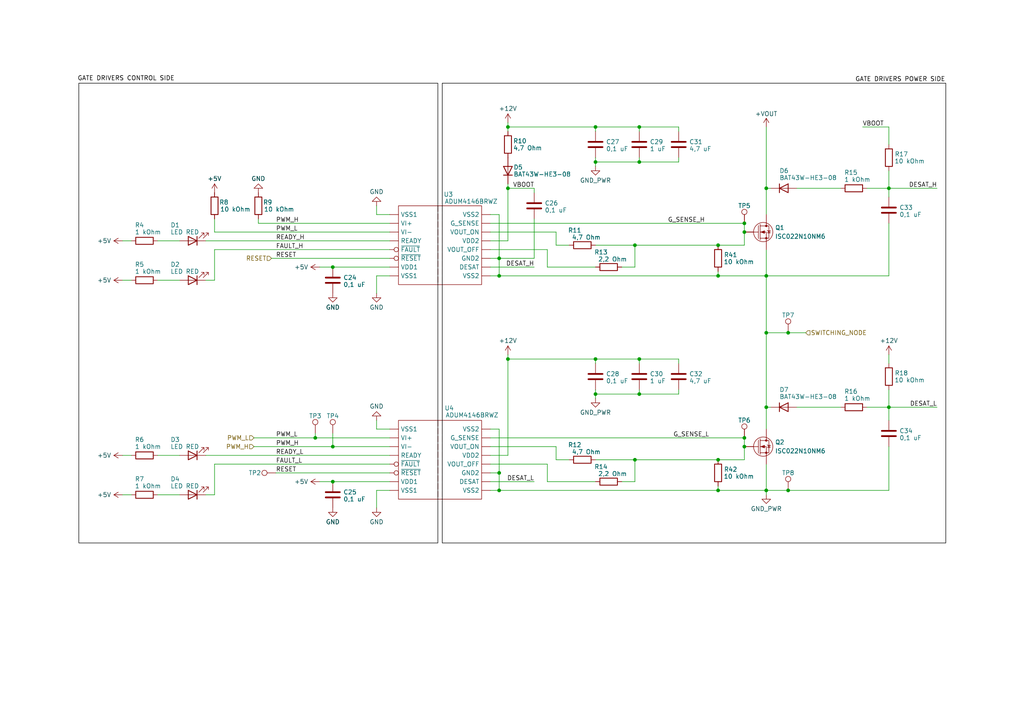
<source format=kicad_sch>
(kicad_sch (version 20231120) (generator "eeschema") (generator_version "8.0")
  (paper "A4")
  (title_block (title "ELE0124CL Power Boost Gate Drivers") (date "2024-08-04") (rev "1.0") (company "ELE0124CL"))
  (lib_symbols
    (symbol "Device:C" (pin_numbers hide) (pin_names (offset 0.254))
      (property "Reference" "C" (at 0.635 2.54 0))
      (property "Value" "C" (at 0.635 -2.54 0))
      (symbol "C_0_1"
        (polyline (pts (xy -2.032 -0.762) (xy 2.032 -0.762)) (stroke (width 0.508)))
        (polyline (pts (xy -2.032 0.762) (xy 2.032 0.762)) (stroke (width 0.508)))
      )
      (symbol "C_1_1"
        (pin passive line (at 0 3.81 270) (length 2.794) (name "~") (number "1"))
        (pin passive line (at 0 -3.81 90) (length 2.794) (name "~") (number "2"))
      )
    )
    (symbol "Device:D" (pin_numbers hide) (pin_names (offset 1.016) hide)
      (property "Reference" "D" (at 0 2.54 0))
      (property "Value" "D" (at 0 -2.54 0))
      (symbol "D_0_1"
        (polyline (pts (xy -1.27 1.27) (xy -1.27 -1.27)) (stroke (width 0.254)))
        (polyline (pts (xy 1.27 0) (xy -1.27 0)))
        (polyline (pts (xy 1.27 1.27) (xy 1.27 -1.27) (xy -1.27 0) (xy 1.27 1.27)) (stroke (width 0.254)))
      )
      (symbol "D_1_1"
        (pin passive line (at -3.81 0 0) (length 2.54) (name "K") (number "1"))
        (pin passive line (at 3.81 0 180) (length 2.54) (name "A") (number "2"))
      )
    )
    (symbol "Device:LED" (pin_numbers hide) (pin_names (offset 1.016) hide)
      (property "Reference" "D" (at 0 2.54 0))
      (property "Value" "LED" (at 0 -2.54 0))
      (symbol "LED_0_1"
        (polyline (pts (xy -1.27 -1.27) (xy -1.27 1.27)) (stroke (width 0.254)))
        (polyline (pts (xy -1.27 0) (xy 1.27 0)))
        (polyline (pts (xy 1.27 -1.27) (xy 1.27 1.27) (xy -1.27 0) (xy 1.27 -1.27)) (stroke (width 0.254)))
        (polyline (pts (xy -3.048 -0.762) (xy -4.572 -2.286) (xy -3.81 -2.286) (xy -4.572 -2.286) (xy -4.572 -1.524)))
        (polyline (pts (xy -1.778 -0.762) (xy -3.302 -2.286) (xy -2.54 -2.286) (xy -3.302 -2.286) (xy -3.302 -1.524)))
      )
      (symbol "LED_1_1"
        (pin passive line (at -3.81 0 0) (length 2.54) (name "K") (number "1"))
        (pin passive line (at 3.81 0 180) (length 2.54) (name "A") (number "2"))
      )
    )
    (symbol "Device:R" (pin_numbers hide) (pin_names (offset 0))
      (property "Reference" "R" (at 2.032 0 90))
      (property "Value" "R" (at 0 0 90))
      (symbol "R_0_1"
        (rectangle (start -1.016 -2.54) (end 1.016 2.54) (stroke (width 0.254)))
      )
      (symbol "R_1_1"
        (pin passive line (at 0 3.81 270) (length 1.27) (name "~") (number "1"))
        (pin passive line (at 0 -3.81 90) (length 1.27) (name "~") (number "2"))
      )
    )
    (symbol "ELE0124CL_library:+12V" (power) (pin_numbers hide) (pin_names (offset 0) hide) (exclude_from_sim yes) (in_bom no)
      (property "Value" "+12V" (at -2.54 3.81 0))
      (symbol "+12V_0_1"
        (polyline (pts (xy -0.762 1.27) (xy 0 2.54)))
        (polyline (pts (xy 0 0) (xy 0 2.54)))
        (polyline (pts (xy 0 2.54) (xy 0.762 1.27)))
      )
      (symbol "+12V_1_1"
        (pin power_in line (at 0 0 90) (length 1.27) hide (name "+12V") (number "1"))
      )
    )
    (symbol "ELE0124CL_library:+5V" (power) (pin_numbers hide) (pin_names (offset 0) hide) (exclude_from_sim yes) (in_bom no)
      (property "Value" "+5V" (at -1.905 3.81 0))
      (symbol "+5V_0_1"
        (polyline (pts (xy -0.762 1.27) (xy 0 2.54)))
        (polyline (pts (xy 0 0) (xy 0 2.54)))
        (polyline (pts (xy 0 2.54) (xy 0.762 1.27)))
      )
      (symbol "+5V_1_1"
        (pin power_in line (at 0 0 90) (length 1.27) hide (name "+5V") (number "1"))
      )
    )
    (symbol "ELE0124CL_library:+VOUT" (power) (pin_numbers hide) (pin_names (offset 0) hide) (exclude_from_sim yes) (in_bom no)
      (property "Value" "+VOUT" (at -2.54 3.81 0))
      (symbol "+VOUT_0_1"
        (polyline (pts (xy -0.762 1.27) (xy 0 2.54)))
        (polyline (pts (xy 0 0) (xy 0 2.54)))
        (polyline (pts (xy 0 2.54) (xy 0.762 1.27)))
      )
      (symbol "+VOUT_1_1"
        (pin power_in line (at 0 0 90) (length 1.27) hide (name "+VOUT") (number "1"))
      )
    )
    (symbol "ELE0124CL_library:GATE DRIVER ADUM4146BRWZ" (pin_numbers hide) (pin_names (offset 0.635))
      (property "Reference" "U" (at 0.508 3.175 0))
      (property "Value" "ADUM4146BRWZ" (at 0.508 1.27 0))
      (symbol "GATE DRIVER ADUM4146BRWZ_0_1"
        (rectangle (start 0 0) (end 24.13 -22.86))
      )
      (symbol "GATE DRIVER ADUM4146BRWZ_1_1"
        (polyline (pts (xy 11.43 0) (xy 11.43 -22.86)) (stroke (width 0) (type dash)))
        (polyline (pts (xy 12.7 0) (xy 12.7 -22.86)) (stroke (width 0) (type dash)))
        (pin passive line (at -2.54 -2.54 0) (length 2.54) (name "VSS1") (number "1"))
        (pin passive line (at 26.67 -17.78 180) (length 2.54) (name "DESAT") (number "10"))
        (pin passive line (at 26.67 -15.24 180) (length 2.54) (name "GND2") (number "11"))
        (pin passive line (at 26.67 -12.7 180) (length 2.54) (name "VOUT_OFF") (number "12"))
        (pin passive line (at 26.67 -10.16 180) (length 2.54) (name "VDD2") (number "13"))
        (pin passive line (at 26.67 -7.62 180) (length 2.54) (name "VOUT_ON") (number "14"))
        (pin passive line (at 26.67 -5.08 180) (length 2.54) (name "G_SENSE") (number "15"))
        (pin passive line (at 26.67 -2.54 180) (length 2.54) (name "VSS2") (number "16"))
        (pin passive line (at -2.54 -5.08 0) (length 2.54) (name "VI+") (number "2"))
        (pin passive line (at -2.54 -7.62 0) (length 2.54) (name "VI-") (number "3"))
        (pin passive line (at -2.54 -10.16 0) (length 2.54) (name "READY") (number "4"))
        (pin passive inverted (at -2.54 -12.7 0) (length 2.54) (name "~{FAULT}") (number "5"))
        (pin passive inverted (at -2.54 -15.24 0) (length 2.54) (name "~{RESET}") (number "6"))
        (pin passive line (at -2.54 -17.78 0) (length 2.54) (name "VDD1") (number "7"))
        (pin passive line (at -2.54 -20.32 0) (length 2.54) (name "VSS1") (number "8"))
        (pin passive line (at 26.67 -20.32 180) (length 2.54) (name "VSS2") (number "9"))
      )
    )
    (symbol "ELE0124CL_library:GND" (power) (pin_numbers hide) (pin_names (offset 0) hide) (exclude_from_sim yes) (in_bom no)
      (property "Value" "GND" (at -1.905 -3.81 0))
      (symbol "GND_0_1"
        (polyline (pts (xy 0 0) (xy 0 -1.27) (xy 1.27 -1.27) (xy 0 -2.54) (xy -1.27 -1.27) (xy 0 -1.27)))
      )
      (symbol "GND_1_1"
        (pin power_in line (at 0 0 270) (length 1.27) hide (name "GND") (number "1"))
      )
    )
    (symbol "ELE0124CL_library:GND_PWR" (power) (pin_numbers hide) (pin_names (offset 0) hide) (exclude_from_sim yes) (in_bom no)
      (property "Value" "GND_PWR" (at -4.445 -3.81 0))
      (symbol "GND_PWR_0_1"
        (polyline (pts (xy 0 0) (xy 0 -1.27) (xy 1.27 -1.27) (xy 0 -2.54) (xy -1.27 -1.27) (xy 0 -1.27)))
      )
      (symbol "GND_PWR_1_1"
        (pin power_in line (at 0 0 270) (length 1.27) hide (name "GND_PWR") (number "1"))
      )
    )
    (symbol "ELE0124CL_library:MOSFET N-CHANNEL ISC022N10NM6" (pin_numbers hide) (pin_names (offset 0) hide)
      (property "Reference" "Q" (at 2.54 1.905 0))
      (property "Value" "ISC022N10NM6" (at 2.54 0 0))
      (symbol "MOSFET N-CHANNEL ISC022N10NM6_0_1"
        (circle (center 0 -1.778) (radius 0.254) (fill (type outline)))
        (polyline (pts (xy -2.286 0) (xy -3.81 0)))
        (polyline (pts (xy 0 2.54) (xy 0 1.778)))
        (polyline (pts (xy 0 -2.54) (xy 0 0) (xy -1.778 0)))
        (polyline (pts (xy -1.778 -1.778) (xy 0.762 -1.778) (xy 0.762 1.778) (xy -1.778 1.778)))
        (polyline (pts (xy -1.524 0) (xy -0.508 0.381) (xy -0.508 -0.381) (xy -1.524 0)) (fill (type outline)))
        (polyline (pts (xy 0.254 0.508) (xy 0.381 0.381) (xy 1.143 0.381) (xy 1.27 0.254)))
        (polyline (pts (xy 0.762 0.381) (xy 0.381 -0.254) (xy 1.143 -0.254) (xy 0.762 0.381)))
        (circle (center 0 1.778) (radius 0.254) (fill (type outline)))
      )
      (symbol "MOSFET N-CHANNEL ISC022N10NM6_1_1"
        (circle (center -0.889 0) (radius 2.794))
        (polyline (pts (xy -2.286 1.905) (xy -2.286 -1.905)))
        (polyline (pts (xy -1.778 2.286) (xy -1.778 -2.286)))
        (pin passive line (at 0 -5.08 90) (length 2.54) (name "S") (number "1"))
        (pin passive line (at -6.35 0 0) (length 2.54) (name "G") (number "2"))
        (pin passive line (at 0 5.08 270) (length 2.54) (name "D") (number "3"))
      )
    )
    (symbol "ELE0124CL_library:TP" (pin_numbers hide) (pin_names (offset 0) hide) (in_bom no)
      (property "Reference" "TP" (at -1.27 5.08 0))
      (symbol "TP_0_1"
        (circle (center 0 3.302) (radius 0.762))
      )
      (symbol "TP_1_1"
        (pin passive line (at 0 0 90) (length 2.54) (name "TP") (number "1"))
      )
    )
  )
  (junction (at 215.9 127))
  (junction (at 257.81 54.61))
  (junction (at 144.78 80.01))
  (junction (at 222.25 118.11))
  (junction (at 185.42 36.83))
  (junction (at 147.32 36.83))
  (junction (at 144.78 137.16))
  (junction (at 144.78 74.93))
  (junction (at 215.9 64.77))
  (junction (at 222.25 80.01))
  (junction (at 144.78 142.24))
  (junction (at 96.52 129.54))
  (junction (at 228.6 96.52))
  (junction (at 215.9 67.31))
  (junction (at 208.28 133.35))
  (junction (at 96.52 139.7))
  (junction (at 215.9 129.54))
  (junction (at 172.72 46.99))
  (junction (at 96.52 77.47))
  (junction (at 172.72 114.3))
  (junction (at 208.28 142.24))
  (junction (at 185.42 104.14))
  (junction (at 228.6 142.24))
  (junction (at 147.32 104.14))
  (junction (at 222.25 54.61))
  (junction (at 172.72 36.83))
  (junction (at 91.44 127))
  (junction (at 185.42 46.99))
  (junction (at 184.15 71.12))
  (junction (at 185.42 114.3))
  (junction (at 257.81 118.11))
  (junction (at 208.28 71.12))
  (junction (at 222.25 96.52))
  (junction (at 222.25 142.24))
  (junction (at 208.28 80.01))
  (junction (at 184.15 133.35))
  (junction (at 147.32 54.61))
  (junction (at 172.72 104.14))
  (wire (pts (xy 172.72 45.72) (xy 172.72 46.99)))
  (wire (pts (xy 257.81 64.77) (xy 257.81 80.01)))
  (wire (pts (xy 142.24 74.93) (xy 144.78 74.93)))
  (wire (pts (xy 172.72 114.3) (xy 185.42 114.3)))
  (wire (pts (xy 222.25 96.52) (xy 228.6 96.52)))
  (wire (pts (xy 172.72 104.14) (xy 185.42 104.14)))
  (wire (pts (xy 257.81 54.61) (xy 257.81 57.15)))
  (wire (pts (xy 222.25 72.39) (xy 222.25 80.01)))
  (wire (pts (xy 158.75 134.62) (xy 158.75 139.7)))
  (wire (pts (xy 147.32 36.83) (xy 172.72 36.83)))
  (wire (pts (xy 113.03 124.46) (xy 109.22 124.46)))
  (wire (pts (xy 222.25 54.61) (xy 223.52 54.61)))
  (wire (pts (xy 144.78 124.46) (xy 144.78 137.16)))
  (wire (pts (xy 144.78 80.01) (xy 208.28 80.01)))
  (wire (pts (xy 223.52 118.11) (xy 222.25 118.11)))
  (wire (pts (xy 35.56 81.28) (xy 38.1 81.28)))
  (wire (pts (xy 228.6 142.24) (xy 257.81 142.24)))
  (wire (pts (xy 222.25 142.24) (xy 228.6 142.24)))
  (wire (pts (xy 142.24 132.08) (xy 147.32 132.08)))
  (wire (pts (xy 45.72 143.51) (xy 52.07 143.51)))
  (wire (pts (xy 147.32 69.85) (xy 142.24 69.85)))
  (wire (pts (xy 154.94 55.88) (xy 154.94 54.61)))
  (wire (pts (xy 144.78 137.16) (xy 144.78 142.24)))
  (wire (pts (xy 142.24 129.54) (xy 161.29 129.54)))
  (wire (pts (xy 172.72 114.3) (xy 172.72 115.57)))
  (wire (pts (xy 113.03 77.47) (xy 96.52 77.47)))
  (wire (pts (xy 172.72 46.99) (xy 185.42 46.99)))
  (wire (pts (xy 257.81 118.11) (xy 271.78 118.11)))
  (wire (pts (xy 158.75 72.39) (xy 158.75 77.47)))
  (wire (pts (xy 62.23 63.5) (xy 62.23 67.31)))
  (wire (pts (xy 59.69 69.85) (xy 113.03 69.85)))
  (wire (pts (xy 257.81 118.11) (xy 257.81 121.92)))
  (wire (pts (xy 222.25 142.24) (xy 222.25 143.51)))
  (wire (pts (xy 161.29 71.12) (xy 165.1 71.12)))
  (wire (pts (xy 142.24 127) (xy 215.9 127)))
  (wire (pts (xy 45.72 69.85) (xy 52.07 69.85)))
  (wire (pts (xy 59.69 81.28) (xy 62.23 81.28)))
  (wire (pts (xy 185.42 46.99) (xy 196.85 46.99)))
  (wire (pts (xy 184.15 139.7) (xy 184.15 133.35)))
  (wire (pts (xy 74.93 64.77) (xy 113.03 64.77)))
  (wire (pts (xy 208.28 78.74) (xy 208.28 80.01)))
  (wire (pts (xy 257.81 54.61) (xy 271.78 54.61)))
  (wire (pts (xy 185.42 113.03) (xy 185.42 114.3)))
  (wire (pts (xy 172.72 36.83) (xy 185.42 36.83)))
  (wire (pts (xy 222.25 54.61) (xy 222.25 62.23)))
  (wire (pts (xy 35.56 143.51) (xy 38.1 143.51)))
  (wire (pts (xy 172.72 113.03) (xy 172.72 114.3)))
  (wire (pts (xy 96.52 77.47) (xy 92.71 77.47)))
  (wire (pts (xy 208.28 80.01) (xy 222.25 80.01)))
  (wire (pts (xy 161.29 133.35) (xy 165.1 133.35)))
  (wire (pts (xy 257.81 36.83) (xy 257.81 41.91)))
  (wire (pts (xy 147.32 104.14) (xy 147.32 102.87)))
  (wire (pts (xy 215.9 127) (xy 215.9 129.54)))
  (wire (pts (xy 231.14 54.61) (xy 243.84 54.61)))
  (wire (pts (xy 196.85 45.72) (xy 196.85 46.99)))
  (wire (pts (xy 142.24 137.16) (xy 144.78 137.16)))
  (wire (pts (xy 142.24 80.01) (xy 144.78 80.01)))
  (wire (pts (xy 257.81 102.87) (xy 257.81 105.41)))
  (wire (pts (xy 142.24 67.31) (xy 161.29 67.31)))
  (wire (pts (xy 96.52 125.73) (xy 96.52 129.54)))
  (wire (pts (xy 142.24 62.23) (xy 144.78 62.23)))
  (wire (pts (xy 222.25 80.01) (xy 222.25 96.52)))
  (wire (pts (xy 35.56 69.85) (xy 38.1 69.85)))
  (wire (pts (xy 91.44 125.73) (xy 91.44 127)))
  (wire (pts (xy 257.81 129.54) (xy 257.81 142.24)))
  (wire (pts (xy 147.32 54.61) (xy 147.32 69.85)))
  (wire (pts (xy 208.28 140.97) (xy 208.28 142.24)))
  (wire (pts (xy 35.56 132.08) (xy 38.1 132.08)))
  (wire (pts (xy 208.28 133.35) (xy 215.9 133.35)))
  (wire (pts (xy 62.23 134.62) (xy 113.03 134.62)))
  (wire (pts (xy 185.42 36.83) (xy 185.42 38.1)))
  (wire (pts (xy 147.32 36.83) (xy 147.32 35.56)))
  (wire (pts (xy 185.42 104.14) (xy 196.85 104.14)))
  (wire (pts (xy 215.9 71.12) (xy 215.9 67.31)))
  (wire (pts (xy 158.75 139.7) (xy 172.72 139.7)))
  (wire (pts (xy 250.19 36.83) (xy 257.81 36.83)))
  (wire (pts (xy 172.72 105.41) (xy 172.72 104.14)))
  (wire (pts (xy 185.42 36.83) (xy 196.85 36.83)))
  (wire (pts (xy 172.72 46.99) (xy 172.72 48.26)))
  (wire (pts (xy 147.32 132.08) (xy 147.32 104.14)))
  (wire (pts (xy 185.42 45.72) (xy 185.42 46.99)))
  (wire (pts (xy 144.78 74.93) (xy 154.94 74.93)))
  (wire (pts (xy 180.34 139.7) (xy 184.15 139.7)))
  (wire (pts (xy 196.85 36.83) (xy 196.85 38.1)))
  (wire (pts (xy 196.85 104.14) (xy 196.85 105.41)))
  (wire (pts (xy 158.75 77.47) (xy 172.72 77.47)))
  (wire (pts (xy 142.24 72.39) (xy 158.75 72.39)))
  (wire (pts (xy 144.78 74.93) (xy 144.78 80.01)))
  (wire (pts (xy 172.72 133.35) (xy 184.15 133.35)))
  (wire (pts (xy 228.6 96.52) (xy 233.68 96.52)))
  (wire (pts (xy 172.72 38.1) (xy 172.72 36.83)))
  (wire (pts (xy 109.22 124.46) (xy 109.22 121.92)))
  (wire (pts (xy 80.01 137.16) (xy 113.03 137.16)))
  (wire (pts (xy 78.74 74.93) (xy 113.03 74.93)))
  (wire (pts (xy 222.25 118.11) (xy 222.25 124.46)))
  (wire (pts (xy 208.28 142.24) (xy 222.25 142.24)))
  (wire (pts (xy 142.24 142.24) (xy 144.78 142.24)))
  (wire (pts (xy 222.25 80.01) (xy 257.81 80.01)))
  (wire (pts (xy 185.42 114.3) (xy 196.85 114.3)))
  (wire (pts (xy 74.93 63.5) (xy 74.93 64.77)))
  (wire (pts (xy 184.15 77.47) (xy 184.15 71.12)))
  (wire (pts (xy 184.15 133.35) (xy 208.28 133.35)))
  (wire (pts (xy 196.85 113.03) (xy 196.85 114.3)))
  (wire (pts (xy 184.15 71.12) (xy 208.28 71.12)))
  (wire (pts (xy 257.81 49.53) (xy 257.81 54.61)))
  (wire (pts (xy 96.52 139.7) (xy 113.03 139.7)))
  (wire (pts (xy 59.69 132.08) (xy 113.03 132.08)))
  (wire (pts (xy 142.24 134.62) (xy 158.75 134.62)))
  (wire (pts (xy 109.22 80.01) (xy 109.22 85.09)))
  (wire (pts (xy 73.66 129.54) (xy 96.52 129.54)))
  (wire (pts (xy 109.22 142.24) (xy 109.22 147.32)))
  (wire (pts (xy 62.23 72.39) (xy 113.03 72.39)))
  (wire (pts (xy 142.24 139.7) (xy 154.94 139.7)))
  (wire (pts (xy 251.46 118.11) (xy 257.81 118.11)))
  (wire (pts (xy 142.24 124.46) (xy 144.78 124.46)))
  (wire (pts (xy 92.71 139.7) (xy 96.52 139.7)))
  (wire (pts (xy 147.32 36.83) (xy 147.32 38.1)))
  (wire (pts (xy 45.72 132.08) (xy 52.07 132.08)))
  (wire (pts (xy 222.25 96.52) (xy 222.25 118.11)))
  (wire (pts (xy 73.66 127) (xy 91.44 127)))
  (wire (pts (xy 251.46 54.61) (xy 257.81 54.61)))
  (wire (pts (xy 147.32 104.14) (xy 172.72 104.14)))
  (wire (pts (xy 208.28 71.12) (xy 215.9 71.12)))
  (wire (pts (xy 96.52 129.54) (xy 113.03 129.54)))
  (wire (pts (xy 142.24 64.77) (xy 215.9 64.77)))
  (wire (pts (xy 147.32 53.34) (xy 147.32 54.61)))
  (wire (pts (xy 180.34 77.47) (xy 184.15 77.47)))
  (wire (pts (xy 154.94 63.5) (xy 154.94 74.93)))
  (wire (pts (xy 161.29 129.54) (xy 161.29 133.35)))
  (wire (pts (xy 113.03 62.23) (xy 109.22 62.23)))
  (wire (pts (xy 231.14 118.11) (xy 243.84 118.11)))
  (wire (pts (xy 144.78 142.24) (xy 208.28 142.24)))
  (wire (pts (xy 142.24 77.47) (xy 154.94 77.47)))
  (wire (pts (xy 144.78 62.23) (xy 144.78 74.93)))
  (wire (pts (xy 172.72 71.12) (xy 184.15 71.12)))
  (wire (pts (xy 215.9 129.54) (xy 215.9 133.35)))
  (wire (pts (xy 59.69 143.51) (xy 62.23 143.51)))
  (wire (pts (xy 185.42 104.14) (xy 185.42 105.41)))
  (wire (pts (xy 109.22 62.23) (xy 109.22 59.69)))
  (wire (pts (xy 222.25 36.83) (xy 222.25 54.61)))
  (wire (pts (xy 222.25 134.62) (xy 222.25 142.24)))
  (wire (pts (xy 62.23 81.28) (xy 62.23 72.39)))
  (wire (pts (xy 215.9 64.77) (xy 215.9 67.31)))
  (wire (pts (xy 62.23 143.51) (xy 62.23 134.62)))
  (wire (pts (xy 147.32 54.61) (xy 154.94 54.61)))
  (wire (pts (xy 161.29 67.31) (xy 161.29 71.12)))
  (wire (pts (xy 45.72 81.28) (xy 52.07 81.28)))
  (wire (pts (xy 113.03 142.24) (xy 109.22 142.24)))
  (wire (pts (xy 62.23 67.31) (xy 113.03 67.31)))
  (wire (pts (xy 257.81 113.03) (xy 257.81 118.11)))
  (wire (pts (xy 113.03 80.01) (xy 109.22 80.01)))
  (wire (pts (xy 91.44 127) (xy 113.03 127)))
  (rectangle (start 128.27 24.13) (end 274.32 157.48) (stroke (width 0) (color 0 0 0 1)))
  (rectangle (start 22.86 24.13) (end 127 157.48) (stroke (width 0) (color 0 0 0 1)))
  (text "GATE DRIVERS CONTROL SIDE" (at 36.576 22.86 0) (effects (font (size 1.27 1.27))))
  (text "GATE DRIVERS POWER SIDE" (at 261.112 23.114 0) (effects (font (size 1.27 1.27))))
  (label "FAULT_L" (at 80.01 134.62 0))
  (label "VBOOT" (at 154.94 54.61 180))
  (label "PWM_H" (at 80.01 129.54 0))
  (label "PWM_L" (at 80.01 127 0))
  (label "PWM_H" (at 80.01 64.77 0))
  (label "RESET" (at 80.01 137.16 0))
  (label "RESET" (at 80.01 74.93 0))
  (label "G_SENSE_H" (at 204.47 64.77 180))
  (label "READY_H" (at 80.01 69.85 0))
  (label "READY_L" (at 80.01 132.08 0))
  (label "DESAT_L" (at 154.94 139.7 180))
  (label "VBOOT" (at 250.19 36.83 0))
  (label "DESAT_H" (at 271.78 54.61 180))
  (label "G_SENSE_L" (at 205.74 127 180))
  (label "DESAT_H" (at 154.94 77.47 180))
  (label "DESAT_L" (at 271.78 118.11 180))
  (label "FAULT_H" (at 80.01 72.39 0))
  (label "PWM_L" (at 80.01 67.31 0))
  (hierarchical_label "PWM_H" (shape input) (at 73.66 129.54 180))
  (hierarchical_label "PWM_L" (shape input) (at 73.66 127 180))
  (hierarchical_label "SWITCHING_NODE" (shape input) (at 233.68 96.52 0))
  (hierarchical_label "RESET" (shape input) (at 78.74 74.93 180))
  (symbol (lib_id "Device:R") (at 176.53 139.7 90) (unit 1)
    (property "Reference" "R14" (at 176.276 135.382 90) (effects (justify left)))
    (property "Value" "2,2 Ohm" (at 181.864 137.414 90) (effects (justify left)))
    (property "Footprint" "ELE0124CL_library:R_2512_6332Metric" (effects (hide yes)))
    (property "Description" "Resistor 2.2 Ohm 2512" (effects (hide yes)))
  )
  (symbol (lib_id "Device:R") (at 208.28 74.93 0) (unit 1)
    (property "Reference" "R41" (at 213.868 73.914 0) (effects (justify right)))
    (property "Value" "10 kOhm" (at 218.694 75.946 0) (effects (justify right)))
    (property "Footprint" "ELE0124CL_library:R_0603_1608Metric" (effects (hide yes)))
    (property "Description" "Resistor 10 kOhm 0603" (effects (hide yes)))
  )
  (symbol (lib_id "Device:C") (at 185.42 41.91 0) (unit 1)
    (property "Reference" "C29" (at 188.468 41.148 0) (effects (justify left)))
    (property "Value" "1 uF" (at 188.468 43.18 0) (effects (justify left)))
    (property "Footprint" "ELE0124CL_library:C_1206_3216Metric" (effects (hide yes)))
    (property "Description" "Capacitor Ceramic 1 uF 1206" (effects (hide yes)))
  )
  (symbol (lib_id "Device:C") (at 196.85 109.22 0) (unit 1)
    (property "Reference" "C32" (at 199.898 108.458 0) (effects (justify left)))
    (property "Value" "4,7 uF" (at 199.898 110.49 0) (effects (justify left)))
    (property "Footprint" "ELE0124CL_library:C_1206_3216Metric" (effects (hide yes)))
    (property "Description" "Capacitor Ceramic 4,7 uF 1206 100V" (effects (hide yes)))
  )
  (symbol (lib_id "ELE0124CL_library:MOSFET N-CHANNEL ISC022N10NM6") (at 222.25 129.54 0) (unit 1)
    (property "Reference" "Q2" (at 224.79 128.2699 0) (effects (justify left)))
    (property "Value" "ISC022N10NM6" (at 224.79 130.8099 0) (effects (justify left)))
    (property "Footprint" "ELE0124CL_library:PG-TDSON-8-3" (effects (hide yes)))
    (property "Datasheet" "https://www.infineon.com/dgdl/Infineon-ISC022N10NM6-DataSheet-v02_01-EN.pdf?fileId=8ac78c8c7ba0a117017babad55375f91" (effects (hide yes)))
    (property "Description" "Infineon OptiMOS TM6 Power Mosfet N-Channel 100V" (effects (hide yes)))
  )
  (symbol (lib_id "Device:R") (at 257.81 45.72 0) (unit 1)
    (property "Reference" "R17" (at 263.398 44.704 0) (effects (justify right)))
    (property "Value" "10 kOhm" (at 268.224 46.736 0) (effects (justify right)))
    (property "Footprint" "ELE0124CL_library:R_0603_1608Metric" (effects (hide yes)))
    (property "Description" "Resistor 10 kOhm 0603" (effects (hide yes)))
  )
  (symbol (lib_id "Device:C") (at 257.81 125.73 0) (unit 1)
    (property "Reference" "C34" (at 260.858 124.968 0) (effects (justify left)))
    (property "Value" "0,1 uF" (at 260.858 127 0) (effects (justify left)))
    (property "Footprint" "ELE0124CL_library:C_0603_1608Metric" (effects (hide yes)))
    (property "Description" "Capacitor Ceramic 0.1 uF 0603" (effects (hide yes)))
  )
  (symbol (lib_id "ELE0124CL_library:MOSFET N-CHANNEL ISC022N10NM6") (at 222.25 67.31 0) (unit 1)
    (property "Reference" "Q1" (at 224.79 66.0399 0) (effects (justify left)))
    (property "Value" "ISC022N10NM6" (at 224.79 68.5799 0) (effects (justify left)))
    (property "Footprint" "ELE0124CL_library:PG-TDSON-8-3" (effects (hide yes)))
    (property "Datasheet" "https://www.infineon.com/dgdl/Infineon-ISC022N10NM6-DataSheet-v02_01-EN.pdf?fileId=8ac78c8c7ba0a117017babad55375f91" (effects (hide yes)))
    (property "Description" "Infineon OptiMOS TM6 Power Mosfet N-Channel 100V" (effects (hide yes)))
  )
  (symbol (lib_id "Device:R") (at 208.28 137.16 0) (unit 1)
    (property "Reference" "R42" (at 213.868 136.144 0) (effects (justify right)))
    (property "Value" "10 kOhm" (at 218.694 138.176 0) (effects (justify right)))
    (property "Footprint" "ELE0124CL_library:R_0603_1608Metric" (effects (hide yes)))
    (property "Description" "Resistor 10 kOhm 0603" (effects (hide yes)))
  )
  (symbol (lib_id "Device:C") (at 257.81 60.96 0) (unit 1)
    (property "Reference" "C33" (at 260.858 60.198 0) (effects (justify left)))
    (property "Value" "0,1 uF" (at 260.858 62.23 0) (effects (justify left)))
    (property "Footprint" "ELE0124CL_library:C_0603_1608Metric" (effects (hide yes)))
    (property "Description" "Capacitor Ceramic 0.1 uF 0603" (effects (hide yes)))
  )
  (symbol (lib_id "ELE0124CL_library:TP") (at 80.01 137.16 90) (unit 1) (in_bom no)
    (property "Reference" "TP2" (at 73.914 137.16 90))
    (property "Footprint" "ELE0124CL_library:TP_D1.0mm" (effects (hide yes)))
    (property "Description" "Test Point" (effects (hide yes)))
  )
  (symbol (lib_id "ELE0124CL_library:GND") (at 109.22 59.69 180) (unit 1) (exclude_from_sim yes) (in_bom no)
    (property "Reference" "#PWR03" (effects (hide yes)))
    (property "Value" "GND" (at 109.22 55.626 0))
    (property "Description" "Global label with name \"GND\"" (effects (hide yes)))
  )
  (symbol (lib_id "Device:C") (at 96.52 81.28 0) (unit 1)
    (property "Reference" "C24" (at 99.568 80.518 0) (effects (justify left)))
    (property "Value" "0,1 uF" (at 99.568 82.55 0) (effects (justify left)))
    (property "Footprint" "ELE0124CL_library:C_0603_1608Metric" (effects (hide yes)))
    (property "Description" "Capacitor Ceramic 0.1 uF 0603" (effects (hide yes)))
  )
  (symbol (lib_id "Device:R") (at 176.53 77.47 90) (unit 1)
    (property "Reference" "R13" (at 176.276 73.152 90) (effects (justify left)))
    (property "Value" "2,2 Ohm" (at 181.864 75.184 90) (effects (justify left)))
    (property "Footprint" "ELE0124CL_library:R_2512_6332Metric" (effects (hide yes)))
    (property "Description" "Resistor 2.2 Ohm 2512" (effects (hide yes)))
  )
  (symbol (lib_id "Device:R") (at 257.81 109.22 0) (unit 1)
    (property "Reference" "R18" (at 263.398 108.204 0) (effects (justify right)))
    (property "Value" "10 kOhm" (at 268.224 110.236 0) (effects (justify right)))
    (property "Footprint" "ELE0124CL_library:R_0603_1608Metric" (effects (hide yes)))
    (property "Description" "Resistor 10 kOhm 0603" (effects (hide yes)))
  )
  (symbol (lib_id "Device:R") (at 247.65 54.61 90) (unit 1)
    (property "Reference" "R15" (at 244.856 50.038 90) (effects (justify right)))
    (property "Value" "1 kOhm" (at 244.856 52.07 90) (effects (justify right)))
    (property "Footprint" "ELE0124CL_library:R_0603_1608Metric" (effects (hide yes)))
    (property "Description" "Resistor 1 kOhm 0603" (effects (hide yes)))
  )
  (symbol (lib_id "ELE0124CL_library:+5V") (at 62.23 55.88 0) (unit 1) (exclude_from_sim yes) (in_bom no)
    (property "Reference" "#PWR08" (effects (hide yes)))
    (property "Value" "+5V" (at 62.23 51.816 0))
    (property "Description" "Global label with name \"+5V\"" (effects (hide yes)))
  )
  (symbol (lib_id "Device:R") (at 41.91 81.28 90) (unit 1)
    (property "Reference" "R5" (at 39.116 76.708 90) (effects (justify right)))
    (property "Value" "1 kOhm" (at 39.116 78.74 90) (effects (justify right)))
    (property "Footprint" "ELE0124CL_library:R_0603_1608Metric" (effects (hide yes)))
    (property "Description" "Resistor 1 kOhm 0603" (effects (hide yes)))
  )
  (symbol (lib_id "ELE0124CL_library:GND") (at 96.52 85.09 0) (unit 1) (exclude_from_sim yes) (in_bom no)
    (property "Reference" "#PWR06" (effects (hide yes)))
    (property "Value" "GND" (at 96.52 89.154 0))
    (property "Description" "Global label with name \"GND\"" (effects (hide yes)))
  )
  (symbol (lib_id "ELE0124CL_library:GATE DRIVER ADUM4146BRWZ") (at 115.57 59.69 0) (unit 1)
    (property "Reference" "U3" (at 130.048 56.388 0))
    (property "Value" "ADUM4146BRWZ" (at 136.652 58.42 0))
    (property "Footprint" "ELE0124CL_library:SOIC-16W_9.60mm_P1.27mm" (effects (hide yes)))
    (property "Datasheet" "https://www.analog.com/media/en/technical-documentation/data-sheets/adum4146.pdf" (effects (hide yes)))
    (property "Description" "Analog Devices High Voltage Isolated Bipolar Gate Driver" (effects (hide yes)))
  )
  (symbol (lib_id "ELE0124CL_library:+12V") (at 147.32 102.87 0) (unit 1) (exclude_from_sim yes) (in_bom no)
    (property "Reference" "#PWR023" (effects (hide yes)))
    (property "Value" "+12V" (at 147.32 98.806 0))
    (property "Description" "Global label with name \"+12V\"" (effects (hide yes)))
  )
  (symbol (lib_id "Device:C") (at 185.42 109.22 0) (unit 1)
    (property "Reference" "C30" (at 188.468 108.458 0) (effects (justify left)))
    (property "Value" "1 uF" (at 188.468 110.49 0) (effects (justify left)))
    (property "Footprint" "ELE0124CL_library:C_1206_3216Metric" (effects (hide yes)))
    (property "Description" "Capacitor Ceramic 1 uF 1206" (effects (hide yes)))
  )
  (symbol (lib_id "ELE0124CL_library:+12V") (at 257.81 102.87 0) (unit 1) (exclude_from_sim yes) (in_bom no)
    (property "Reference" "#PWR013" (effects (hide yes)))
    (property "Value" "+12V" (at 257.81 98.806 0))
    (property "Description" "Global label with name \"+12V\"" (effects (hide yes)))
  )
  (symbol (lib_id "Device:LED") (at 55.88 143.51 180) (unit 1)
    (property "Reference" "D4" (at 50.8 138.938 0))
    (property "Value" "LED RED" (at 53.594 140.97 0))
    (property "Footprint" "ELE0124CL_library:D_0603_1608Metric" (effects (hide yes)))
    (property "Description" "Light Emitting Diode Red" (effects (hide yes)))
  )
  (symbol (lib_id "Device:R") (at 247.65 118.11 90) (unit 1)
    (property "Reference" "R16" (at 244.856 113.538 90) (effects (justify right)))
    (property "Value" "1 kOhm" (at 244.856 115.57 90) (effects (justify right)))
    (property "Footprint" "ELE0124CL_library:R_0603_1608Metric" (effects (hide yes)))
    (property "Description" "Resistor 1 kOhm 0603" (effects (hide yes)))
  )
  (symbol (lib_id "Device:R") (at 168.91 133.35 90) (unit 1)
    (property "Reference" "R12" (at 168.656 129.032 90) (effects (justify left)))
    (property "Value" "4,7 Ohm" (at 174.244 131.064 90) (effects (justify left)))
    (property "Footprint" "ELE0124CL_library:R_2512_6332Metric" (effects (hide yes)))
    (property "Description" "Resistor 4.7 Ohm 2512" (effects (hide yes)))
  )
  (symbol (lib_id "ELE0124CL_library:+5V") (at 35.56 69.85 90) (unit 1) (exclude_from_sim yes) (in_bom no)
    (property "Reference" "#PWR04" (effects (hide yes)))
    (property "Value" "+5V" (at 30.226 69.85 90))
    (property "Description" "Global label with name \"+5V\"" (effects (hide yes)))
  )
  (symbol (lib_id "Device:LED") (at 55.88 132.08 180) (unit 1)
    (property "Reference" "D3" (at 50.8 127.508 0))
    (property "Value" "LED RED" (at 53.594 129.54 0))
    (property "Footprint" "ELE0124CL_library:D_0603_1608Metric" (effects (hide yes)))
    (property "Description" "Light Emitting Diode Red" (effects (hide yes)))
  )
  (symbol (lib_id "Device:R") (at 74.93 59.69 0) (unit 1)
    (property "Reference" "R9" (at 78.994 58.674 0) (effects (justify right)))
    (property "Value" "10 kOhm" (at 85.344 60.706 0) (effects (justify right)))
    (property "Footprint" "ELE0124CL_library:R_0603_1608Metric" (effects (hide yes)))
    (property "Description" "Resistor 10 kOhm 0603" (effects (hide yes)))
  )
  (symbol (lib_id "Device:LED") (at 55.88 81.28 180) (unit 1)
    (property "Reference" "D2" (at 50.8 76.708 0))
    (property "Value" "LED RED" (at 53.594 78.74 0))
    (property "Footprint" "ELE0124CL_library:D_0603_1608Metric" (effects (hide yes)))
    (property "Description" "Light Emitting Diode Red" (effects (hide yes)))
  )
  (symbol (lib_id "Device:D") (at 227.33 54.61 0) (unit 1)
    (property "Reference" "D6" (at 226.06 49.53 0) (effects (justify left)))
    (property "Value" "BAT43W-HE3-08" (at 226.06 51.562 0) (effects (justify left)))
    (property "Footprint" "ELE0124CL_library:D_SOD-123" (effects (hide yes)))
    (property "Description" "Diode BAT43W-HE3-08" (effects (hide yes)))
  )
  (symbol (lib_id "Device:LED") (at 55.88 69.85 180) (unit 1)
    (property "Reference" "D1" (at 50.8 65.278 0))
    (property "Value" "LED RED" (at 53.594 67.31 0))
    (property "Footprint" "ELE0124CL_library:D_0603_1608Metric" (effects (hide yes)))
    (property "Description" "Light Emitting Diode Red" (effects (hide yes)))
  )
  (symbol (lib_id "Device:D") (at 147.32 49.53 90) (unit 1)
    (property "Reference" "D5" (at 151.638 48.514 90) (effects (justify left)))
    (property "Value" "BAT43W-HE3-08" (at 165.608 50.546 90) (effects (justify left)))
    (property "Footprint" "ELE0124CL_library:D_SOD-123" (effects (hide yes)))
    (property "Description" "Diode BAT43W-HE3-08" (effects (hide yes)))
  )
  (symbol (lib_id "Device:R") (at 62.23 59.69 0) (unit 1)
    (property "Reference" "R8" (at 66.294 58.674 0) (effects (justify right)))
    (property "Value" "10 kOhm" (at 72.644 60.706 0) (effects (justify right)))
    (property "Footprint" "ELE0124CL_library:R_0603_1608Metric" (effects (hide yes)))
    (property "Description" "Resistor 10 kOhm 0603" (effects (hide yes)))
  )
  (symbol (lib_id "Device:R") (at 168.91 71.12 90) (unit 1)
    (property "Reference" "R11" (at 168.656 66.802 90) (effects (justify left)))
    (property "Value" "4,7 Ohm" (at 174.244 68.834 90) (effects (justify left)))
    (property "Footprint" "ELE0124CL_library:R_2512_6332Metric" (effects (hide yes)))
    (property "Description" "Resistor 4.7 Ohm 2512" (effects (hide yes)))
  )
  (symbol (lib_id "ELE0124CL_library:GND") (at 96.52 147.32 0) (unit 1) (exclude_from_sim yes) (in_bom no)
    (property "Reference" "#PWR011" (effects (hide yes)))
    (property "Value" "GND" (at 96.52 151.384 0))
    (property "Description" "Global label with name \"GND\"" (effects (hide yes)))
  )
  (symbol (lib_id "ELE0124CL_library:GND_PWR") (at 172.72 115.57 0) (unit 1) (exclude_from_sim yes) (in_bom no)
    (property "Reference" "#PWR024" (effects (hide yes)))
    (property "Value" "GND_PWR" (at 172.72 119.634 0))
    (property "Description" "Global label with name \"GND_PWR\"" (effects (hide yes)))
  )
  (symbol (lib_id "ELE0124CL_library:TP") (at 96.52 125.73 0) (unit 1) (in_bom no)
    (property "Reference" "TP4" (at 96.52 120.65 0))
    (property "Footprint" "ELE0124CL_library:TP_D1.0mm" (effects (hide yes)))
    (property "Description" "Test Point" (effects (hide yes)))
  )
  (symbol (lib_id "Device:C") (at 172.72 41.91 0) (unit 1)
    (property "Reference" "C27" (at 175.768 41.148 0) (effects (justify left)))
    (property "Value" "0,1 uF" (at 175.768 43.18 0) (effects (justify left)))
    (property "Footprint" "ELE0124CL_library:C_0603_1608Metric" (effects (hide yes)))
    (property "Description" "Capacitor Ceramic 0.1 uF 0603" (effects (hide yes)))
  )
  (symbol (lib_id "Device:R") (at 41.91 69.85 90) (unit 1)
    (property "Reference" "R4" (at 39.116 65.278 90) (effects (justify right)))
    (property "Value" "1 kOhm" (at 39.116 67.31 90) (effects (justify right)))
    (property "Footprint" "ELE0124CL_library:R_0603_1608Metric" (effects (hide yes)))
    (property "Description" "Resistor 1 kOhm 0603" (effects (hide yes)))
  )
  (symbol (lib_id "ELE0124CL_library:+5V") (at 35.56 132.08 90) (unit 1) (exclude_from_sim yes) (in_bom no)
    (property "Reference" "#PWR010" (effects (hide yes)))
    (property "Value" "+5V" (at 30.226 132.08 90))
    (property "Description" "Global label with name \"+5V\"" (effects (hide yes)))
  )
  (symbol (lib_id "Device:C") (at 172.72 109.22 0) (unit 1)
    (property "Reference" "C28" (at 175.768 108.458 0) (effects (justify left)))
    (property "Value" "0,1 uF" (at 175.768 110.49 0) (effects (justify left)))
    (property "Footprint" "ELE0124CL_library:C_0603_1608Metric" (effects (hide yes)))
    (property "Description" "Capacitor Ceramic 0.1 uF 0603" (effects (hide yes)))
  )
  (symbol (lib_id "ELE0124CL_library:+5V") (at 92.71 139.7 90) (unit 1) (exclude_from_sim yes) (in_bom no)
    (property "Reference" "#PWR09" (effects (hide yes)))
    (property "Value" "+5V" (at 87.376 139.7 90))
    (property "Description" "Global label with name \"+5V\"" (effects (hide yes)))
  )
  (symbol (lib_id "Device:R") (at 41.91 143.51 90) (unit 1)
    (property "Reference" "R7" (at 39.116 138.938 90) (effects (justify right)))
    (property "Value" "1 kOhm" (at 39.116 140.97 90) (effects (justify right)))
    (property "Footprint" "ELE0124CL_library:R_0603_1608Metric" (effects (hide yes)))
    (property "Description" "Resistor 1 kOhm 0603" (effects (hide yes)))
  )
  (symbol (lib_id "ELE0124CL_library:+5V") (at 35.56 81.28 90) (unit 1) (exclude_from_sim yes) (in_bom no)
    (property "Reference" "#PWR05" (effects (hide yes)))
    (property "Value" "+5V" (at 30.226 81.28 90))
    (property "Description" "Global label with name \"+5V\"" (effects (hide yes)))
  )
  (symbol (lib_id "ELE0124CL_library:+VOUT") (at 222.25 36.83 0) (unit 1) (exclude_from_sim yes) (in_bom no)
    (property "Reference" "#PWR017" (effects (hide yes)))
    (property "Value" "+VOUT" (at 222.25 33.02 0))
    (property "Description" "Global label with name \"+VOUT\"" (effects (hide yes)))
  )
  (symbol (lib_id "ELE0124CL_library:+12V") (at 147.32 35.56 0) (unit 1) (exclude_from_sim yes) (in_bom no)
    (property "Reference" "#PWR014" (effects (hide yes)))
    (property "Value" "+12V" (at 147.32 31.496 0))
    (property "Description" "Global label with name \"+12V\"" (effects (hide yes)))
  )
  (symbol (lib_id "ELE0124CL_library:GND") (at 109.22 147.32 0) (unit 1) (exclude_from_sim yes) (in_bom no)
    (property "Reference" "#PWR020" (effects (hide yes)))
    (property "Value" "GND" (at 109.22 151.384 0))
    (property "Description" "Global label with name \"GND\"" (effects (hide yes)))
  )
  (symbol (lib_id "ELE0124CL_library:GND_PWR") (at 172.72 48.26 0) (unit 1) (exclude_from_sim yes) (in_bom no)
    (property "Reference" "#PWR022" (effects (hide yes)))
    (property "Value" "GND_PWR" (at 172.72 52.324 0))
    (property "Description" "Global label with name \"GND_PWR\"" (effects (hide yes)))
  )
  (symbol (lib_id "Device:D") (at 227.33 118.11 0) (unit 1)
    (property "Reference" "D7" (at 226.06 113.03 0) (effects (justify left)))
    (property "Value" "BAT43W-HE3-08" (at 226.06 115.062 0) (effects (justify left)))
    (property "Footprint" "ELE0124CL_library:D_SOD-123" (effects (hide yes)))
    (property "Description" "Diode BAT43W-HE3-08" (effects (hide yes)))
  )
  (symbol (lib_id "Device:C") (at 154.94 59.69 0) (unit 1)
    (property "Reference" "C26" (at 157.988 58.928 0) (effects (justify left)))
    (property "Value" "0,1 uF" (at 157.988 60.96 0) (effects (justify left)))
    (property "Footprint" "ELE0124CL_library:C_1206_3216Metric" (effects (hide yes)))
    (property "Description" "Capacitor Ceramic 0.1 uF 1206" (effects (hide yes)))
  )
  (symbol (lib_id "Device:R") (at 41.91 132.08 90) (unit 1)
    (property "Reference" "R6" (at 39.116 127.508 90) (effects (justify right)))
    (property "Value" "1 kOhm" (at 39.116 129.54 90) (effects (justify right)))
    (property "Footprint" "ELE0124CL_library:R_0603_1608Metric" (effects (hide yes)))
    (property "Description" "Resistor 1 kOhm 0603" (effects (hide yes)))
  )
  (symbol (lib_id "ELE0124CL_library:+5V") (at 92.71 77.47 90) (unit 1) (exclude_from_sim yes) (in_bom no)
    (property "Reference" "#PWR01" (effects (hide yes)))
    (property "Value" "+5V" (at 87.376 77.47 90))
    (property "Description" "Global label with name \"+5V\"" (effects (hide yes)))
  )
  (symbol (lib_id "ELE0124CL_library:TP") (at 215.9 64.77 0) (unit 1) (in_bom no)
    (property "Reference" "TP5" (at 215.9 59.69 0))
    (property "Footprint" "ELE0124CL_library:TP_THT" (effects (hide yes)))
    (property "Description" "Test Point" (effects (hide yes)))
  )
  (symbol (lib_id "ELE0124CL_library:GND") (at 109.22 85.09 0) (unit 1) (exclude_from_sim yes) (in_bom no)
    (property "Reference" "#PWR02" (effects (hide yes)))
    (property "Value" "GND" (at 109.22 89.154 0))
    (property "Description" "Global label with name \"GND\"" (effects (hide yes)))
  )
  (symbol (lib_id "Device:C") (at 96.52 143.51 0) (unit 1)
    (property "Reference" "C25" (at 99.568 142.748 0) (effects (justify left)))
    (property "Value" "0,1 uF" (at 99.568 144.78 0) (effects (justify left)))
    (property "Footprint" "ELE0124CL_library:C_0603_1608Metric" (effects (hide yes)))
    (property "Description" "Capacitor Ceramic 0.1 uF 0603" (effects (hide yes)))
  )
  (symbol (lib_id "ELE0124CL_library:TP") (at 91.44 125.73 0) (unit 1) (in_bom no)
    (property "Reference" "TP3" (at 91.44 120.65 0))
    (property "Footprint" "ELE0124CL_library:TP_D1.0mm" (effects (hide yes)))
    (property "Description" "Test Point" (effects (hide yes)))
  )
  (symbol (lib_id "ELE0124CL_library:GATE DRIVER ADUM4146BRWZ") (at 115.57 121.92 0) (unit 1)
    (property "Reference" "U4" (at 130.302 118.364 0))
    (property "Value" "ADUM4146BRWZ" (at 136.906 120.396 0))
    (property "Footprint" "ELE0124CL_library:SOIC-16W_9.60mm_P1.27mm" (effects (hide yes)))
    (property "Datasheet" "https://www.analog.com/media/en/technical-documentation/data-sheets/adum4146.pdf" (effects (hide yes)))
    (property "Description" "Analog Devices High Voltage Isolated Bipolar Gate Driver" (effects (hide yes)))
  )
  (symbol (lib_id "ELE0124CL_library:TP") (at 228.6 142.24 0) (unit 1) (in_bom no)
    (property "Reference" "TP8" (at 228.6 137.16 0))
    (property "Footprint" "ELE0124CL_library:TP_THT" (effects (hide yes)))
    (property "Description" "Test Point" (effects (hide yes)))
  )
  (symbol (lib_id "ELE0124CL_library:+5V") (at 35.56 143.51 90) (unit 1) (exclude_from_sim yes) (in_bom no)
    (property "Reference" "#PWR012" (effects (hide yes)))
    (property "Value" "+5V" (at 30.226 143.51 90))
    (property "Description" "Global label with name \"+5V\"" (effects (hide yes)))
  )
  (symbol (lib_id "ELE0124CL_library:GND") (at 74.93 55.88 180) (unit 1) (exclude_from_sim yes) (in_bom no)
    (property "Reference" "#PWR07" (effects (hide yes)))
    (property "Value" "GND" (at 74.93 51.816 0))
    (property "Description" "Global label with name \"GND\"" (effects (hide yes)))
  )
  (symbol (lib_id "Device:R") (at 147.32 41.91 0) (unit 1)
    (property "Reference" "R10" (at 148.844 40.894 0) (effects (justify left)))
    (property "Value" "4,7 Ohm" (at 148.844 42.926 0) (effects (justify left)))
    (property "Footprint" "ELE0124CL_library:R_2512_6332Metric" (effects (hide yes)))
    (property "Description" "Resistor 4.7 Ohm 2512" (effects (hide yes)))
  )
  (symbol (lib_id "Device:C") (at 196.85 41.91 0) (unit 1)
    (property "Reference" "C31" (at 199.898 41.148 0) (effects (justify left)))
    (property "Value" "4,7 uF" (at 199.898 43.18 0) (effects (justify left)))
    (property "Footprint" "ELE0124CL_library:C_1206_3216Metric" (effects (hide yes)))
    (property "Description" "Capacitor Ceramic 4,7 uF 1206 100V" (effects (hide yes)))
  )
  (symbol (lib_id "ELE0124CL_library:TP") (at 228.6 96.52 0) (unit 1) (in_bom no)
    (property "Reference" "TP7" (at 228.6 91.44 0))
    (property "Footprint" "ELE0124CL_library:TP_THT" (effects (hide yes)))
    (property "Description" "Test Point" (effects (hide yes)))
  )
  (symbol (lib_id "ELE0124CL_library:GND_PWR") (at 222.25 143.51 0) (unit 1) (exclude_from_sim yes) (in_bom no)
    (property "Reference" "#PWR021" (effects (hide yes)))
    (property "Value" "GND_PWR" (at 222.25 147.574 0))
    (property "Description" "Global label with name \"GND_PWR\"" (effects (hide yes)))
  )
  (symbol (lib_id "ELE0124CL_library:GND") (at 109.22 121.92 180) (unit 1) (exclude_from_sim yes) (in_bom no)
    (property "Reference" "#PWR019" (effects (hide yes)))
    (property "Value" "GND" (at 109.22 117.856 0))
    (property "Description" "Global label with name \"GND\"" (effects (hide yes)))
  )
  (symbol (lib_id "ELE0124CL_library:TP") (at 215.9 127 0) (unit 1) (in_bom no)
    (property "Reference" "TP6" (at 215.9 121.92 0))
    (property "Footprint" "ELE0124CL_library:TP_THT" (effects (hide yes)))
    (property "Description" "Test Point" (effects (hide yes)))
  )
)
</source>
